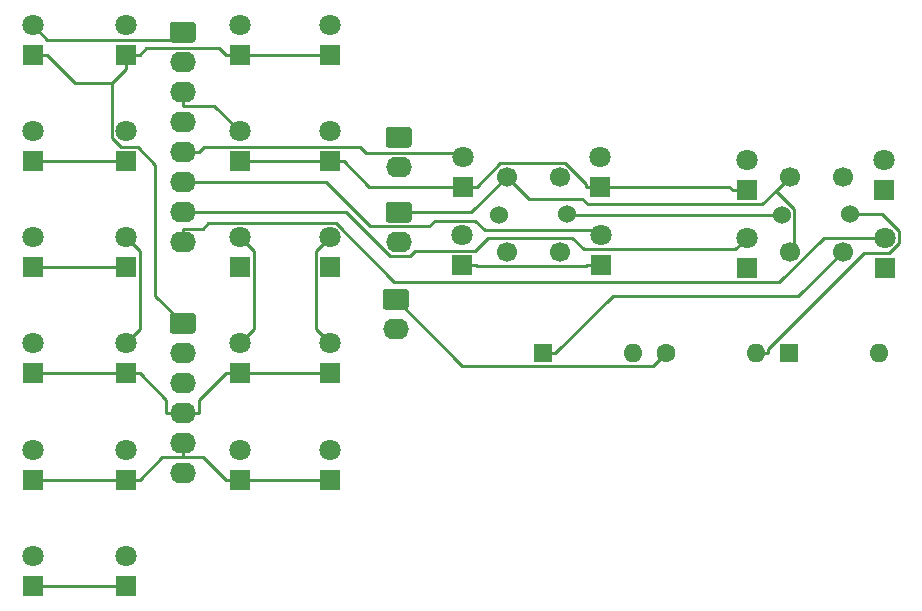
<source format=gbr>
G04 #@! TF.GenerationSoftware,KiCad,Pcbnew,(5.1.5-0-10_14)*
G04 #@! TF.CreationDate,2020-06-21T14:27:19+10:00*
G04 #@! TF.ProjectId,EWI_Right,4557495f-5269-4676-9874-2e6b69636164,-*
G04 #@! TF.SameCoordinates,Original*
G04 #@! TF.FileFunction,Copper,L1,Top*
G04 #@! TF.FilePolarity,Positive*
%FSLAX46Y46*%
G04 Gerber Fmt 4.6, Leading zero omitted, Abs format (unit mm)*
G04 Created by KiCad (PCBNEW (5.1.5-0-10_14)) date 2020-06-21 14:27:19*
%MOMM*%
%LPD*%
G04 APERTURE LIST*
%ADD10C,1.800000*%
%ADD11R,1.800000X1.800000*%
%ADD12O,2.200000X1.740000*%
%ADD13C,0.100000*%
%ADD14O,1.600000X1.600000*%
%ADD15R,1.600000X1.600000*%
%ADD16C,1.600000*%
%ADD17C,1.524000*%
%ADD18C,1.700000*%
%ADD19C,0.228600*%
G04 APERTURE END LIST*
D10*
X147828000Y-74707200D03*
D11*
X147828000Y-77247200D03*
D12*
X170942000Y-57150000D03*
G04 #@! TA.AperFunction,ComponentPad*
D13*
G36*
X171816505Y-53741204D02*
G01*
X171840773Y-53744804D01*
X171864572Y-53750765D01*
X171887671Y-53759030D01*
X171909850Y-53769520D01*
X171930893Y-53782132D01*
X171950599Y-53796747D01*
X171968777Y-53813223D01*
X171985253Y-53831401D01*
X171999868Y-53851107D01*
X172012480Y-53872150D01*
X172022970Y-53894329D01*
X172031235Y-53917428D01*
X172037196Y-53941227D01*
X172040796Y-53965495D01*
X172042000Y-53989999D01*
X172042000Y-55230001D01*
X172040796Y-55254505D01*
X172037196Y-55278773D01*
X172031235Y-55302572D01*
X172022970Y-55325671D01*
X172012480Y-55347850D01*
X171999868Y-55368893D01*
X171985253Y-55388599D01*
X171968777Y-55406777D01*
X171950599Y-55423253D01*
X171930893Y-55437868D01*
X171909850Y-55450480D01*
X171887671Y-55460970D01*
X171864572Y-55469235D01*
X171840773Y-55475196D01*
X171816505Y-55478796D01*
X171792001Y-55480000D01*
X170091999Y-55480000D01*
X170067495Y-55478796D01*
X170043227Y-55475196D01*
X170019428Y-55469235D01*
X169996329Y-55460970D01*
X169974150Y-55450480D01*
X169953107Y-55437868D01*
X169933401Y-55423253D01*
X169915223Y-55406777D01*
X169898747Y-55388599D01*
X169884132Y-55368893D01*
X169871520Y-55347850D01*
X169861030Y-55325671D01*
X169852765Y-55302572D01*
X169846804Y-55278773D01*
X169843204Y-55254505D01*
X169842000Y-55230001D01*
X169842000Y-53989999D01*
X169843204Y-53965495D01*
X169846804Y-53941227D01*
X169852765Y-53917428D01*
X169861030Y-53894329D01*
X169871520Y-53872150D01*
X169884132Y-53851107D01*
X169898747Y-53831401D01*
X169915223Y-53813223D01*
X169933401Y-53796747D01*
X169953107Y-53782132D01*
X169974150Y-53769520D01*
X169996329Y-53759030D01*
X170019428Y-53750765D01*
X170043227Y-53744804D01*
X170067495Y-53741204D01*
X170091999Y-53740000D01*
X171792001Y-53740000D01*
X171816505Y-53741204D01*
G37*
G04 #@! TD.AperFunction*
D12*
X170942000Y-50800000D03*
G04 #@! TA.AperFunction,ComponentPad*
D13*
G36*
X171816505Y-47391204D02*
G01*
X171840773Y-47394804D01*
X171864572Y-47400765D01*
X171887671Y-47409030D01*
X171909850Y-47419520D01*
X171930893Y-47432132D01*
X171950599Y-47446747D01*
X171968777Y-47463223D01*
X171985253Y-47481401D01*
X171999868Y-47501107D01*
X172012480Y-47522150D01*
X172022970Y-47544329D01*
X172031235Y-47567428D01*
X172037196Y-47591227D01*
X172040796Y-47615495D01*
X172042000Y-47639999D01*
X172042000Y-48880001D01*
X172040796Y-48904505D01*
X172037196Y-48928773D01*
X172031235Y-48952572D01*
X172022970Y-48975671D01*
X172012480Y-48997850D01*
X171999868Y-49018893D01*
X171985253Y-49038599D01*
X171968777Y-49056777D01*
X171950599Y-49073253D01*
X171930893Y-49087868D01*
X171909850Y-49100480D01*
X171887671Y-49110970D01*
X171864572Y-49119235D01*
X171840773Y-49125196D01*
X171816505Y-49128796D01*
X171792001Y-49130000D01*
X170091999Y-49130000D01*
X170067495Y-49128796D01*
X170043227Y-49125196D01*
X170019428Y-49119235D01*
X169996329Y-49110970D01*
X169974150Y-49100480D01*
X169953107Y-49087868D01*
X169933401Y-49073253D01*
X169915223Y-49056777D01*
X169898747Y-49038599D01*
X169884132Y-49018893D01*
X169871520Y-48997850D01*
X169861030Y-48975671D01*
X169852765Y-48952572D01*
X169846804Y-48928773D01*
X169843204Y-48904505D01*
X169842000Y-48880001D01*
X169842000Y-47639999D01*
X169843204Y-47615495D01*
X169846804Y-47591227D01*
X169852765Y-47567428D01*
X169861030Y-47544329D01*
X169871520Y-47522150D01*
X169884132Y-47501107D01*
X169898747Y-47481401D01*
X169915223Y-47463223D01*
X169933401Y-47446747D01*
X169953107Y-47432132D01*
X169974150Y-47419520D01*
X169996329Y-47409030D01*
X170019428Y-47400765D01*
X170043227Y-47394804D01*
X170067495Y-47391204D01*
X170091999Y-47390000D01*
X171792001Y-47390000D01*
X171816505Y-47391204D01*
G37*
G04 #@! TD.AperFunction*
D12*
X152654000Y-57150000D03*
X152654000Y-54610000D03*
X152654000Y-52070000D03*
X152654000Y-49530000D03*
X152654000Y-46990000D03*
X152654000Y-44450000D03*
X152654000Y-41910000D03*
G04 #@! TA.AperFunction,ComponentPad*
D13*
G36*
X153528505Y-38501204D02*
G01*
X153552773Y-38504804D01*
X153576572Y-38510765D01*
X153599671Y-38519030D01*
X153621850Y-38529520D01*
X153642893Y-38542132D01*
X153662599Y-38556747D01*
X153680777Y-38573223D01*
X153697253Y-38591401D01*
X153711868Y-38611107D01*
X153724480Y-38632150D01*
X153734970Y-38654329D01*
X153743235Y-38677428D01*
X153749196Y-38701227D01*
X153752796Y-38725495D01*
X153754000Y-38749999D01*
X153754000Y-39990001D01*
X153752796Y-40014505D01*
X153749196Y-40038773D01*
X153743235Y-40062572D01*
X153734970Y-40085671D01*
X153724480Y-40107850D01*
X153711868Y-40128893D01*
X153697253Y-40148599D01*
X153680777Y-40166777D01*
X153662599Y-40183253D01*
X153642893Y-40197868D01*
X153621850Y-40210480D01*
X153599671Y-40220970D01*
X153576572Y-40229235D01*
X153552773Y-40235196D01*
X153528505Y-40238796D01*
X153504001Y-40240000D01*
X151803999Y-40240000D01*
X151779495Y-40238796D01*
X151755227Y-40235196D01*
X151731428Y-40229235D01*
X151708329Y-40220970D01*
X151686150Y-40210480D01*
X151665107Y-40197868D01*
X151645401Y-40183253D01*
X151627223Y-40166777D01*
X151610747Y-40148599D01*
X151596132Y-40128893D01*
X151583520Y-40107850D01*
X151573030Y-40085671D01*
X151564765Y-40062572D01*
X151558804Y-40038773D01*
X151555204Y-40014505D01*
X151554000Y-39990001D01*
X151554000Y-38749999D01*
X151555204Y-38725495D01*
X151558804Y-38701227D01*
X151564765Y-38677428D01*
X151573030Y-38654329D01*
X151583520Y-38632150D01*
X151596132Y-38611107D01*
X151610747Y-38591401D01*
X151627223Y-38573223D01*
X151645401Y-38556747D01*
X151665107Y-38542132D01*
X151686150Y-38529520D01*
X151708329Y-38519030D01*
X151731428Y-38510765D01*
X151755227Y-38504804D01*
X151779495Y-38501204D01*
X151803999Y-38500000D01*
X153504001Y-38500000D01*
X153528505Y-38501204D01*
G37*
G04 #@! TD.AperFunction*
D12*
X152654000Y-76708000D03*
X152654000Y-74168000D03*
X152654000Y-71628000D03*
X152654000Y-69088000D03*
X152654000Y-66548000D03*
G04 #@! TA.AperFunction,ComponentPad*
D13*
G36*
X153528505Y-63139204D02*
G01*
X153552773Y-63142804D01*
X153576572Y-63148765D01*
X153599671Y-63157030D01*
X153621850Y-63167520D01*
X153642893Y-63180132D01*
X153662599Y-63194747D01*
X153680777Y-63211223D01*
X153697253Y-63229401D01*
X153711868Y-63249107D01*
X153724480Y-63270150D01*
X153734970Y-63292329D01*
X153743235Y-63315428D01*
X153749196Y-63339227D01*
X153752796Y-63363495D01*
X153754000Y-63387999D01*
X153754000Y-64628001D01*
X153752796Y-64652505D01*
X153749196Y-64676773D01*
X153743235Y-64700572D01*
X153734970Y-64723671D01*
X153724480Y-64745850D01*
X153711868Y-64766893D01*
X153697253Y-64786599D01*
X153680777Y-64804777D01*
X153662599Y-64821253D01*
X153642893Y-64835868D01*
X153621850Y-64848480D01*
X153599671Y-64858970D01*
X153576572Y-64867235D01*
X153552773Y-64873196D01*
X153528505Y-64876796D01*
X153504001Y-64878000D01*
X151803999Y-64878000D01*
X151779495Y-64876796D01*
X151755227Y-64873196D01*
X151731428Y-64867235D01*
X151708329Y-64858970D01*
X151686150Y-64848480D01*
X151665107Y-64835868D01*
X151645401Y-64821253D01*
X151627223Y-64804777D01*
X151610747Y-64786599D01*
X151596132Y-64766893D01*
X151583520Y-64745850D01*
X151573030Y-64723671D01*
X151564765Y-64700572D01*
X151558804Y-64676773D01*
X151555204Y-64652505D01*
X151554000Y-64628001D01*
X151554000Y-63387999D01*
X151555204Y-63363495D01*
X151558804Y-63339227D01*
X151564765Y-63315428D01*
X151573030Y-63292329D01*
X151583520Y-63270150D01*
X151596132Y-63249107D01*
X151610747Y-63229401D01*
X151627223Y-63211223D01*
X151645401Y-63194747D01*
X151665107Y-63180132D01*
X151686150Y-63167520D01*
X151708329Y-63157030D01*
X151731428Y-63148765D01*
X151755227Y-63142804D01*
X151779495Y-63139204D01*
X151803999Y-63138000D01*
X153504001Y-63138000D01*
X153528505Y-63139204D01*
G37*
G04 #@! TD.AperFunction*
D12*
X170688000Y-64516000D03*
G04 #@! TA.AperFunction,ComponentPad*
D13*
G36*
X171562505Y-61107204D02*
G01*
X171586773Y-61110804D01*
X171610572Y-61116765D01*
X171633671Y-61125030D01*
X171655850Y-61135520D01*
X171676893Y-61148132D01*
X171696599Y-61162747D01*
X171714777Y-61179223D01*
X171731253Y-61197401D01*
X171745868Y-61217107D01*
X171758480Y-61238150D01*
X171768970Y-61260329D01*
X171777235Y-61283428D01*
X171783196Y-61307227D01*
X171786796Y-61331495D01*
X171788000Y-61355999D01*
X171788000Y-62596001D01*
X171786796Y-62620505D01*
X171783196Y-62644773D01*
X171777235Y-62668572D01*
X171768970Y-62691671D01*
X171758480Y-62713850D01*
X171745868Y-62734893D01*
X171731253Y-62754599D01*
X171714777Y-62772777D01*
X171696599Y-62789253D01*
X171676893Y-62803868D01*
X171655850Y-62816480D01*
X171633671Y-62826970D01*
X171610572Y-62835235D01*
X171586773Y-62841196D01*
X171562505Y-62844796D01*
X171538001Y-62846000D01*
X169837999Y-62846000D01*
X169813495Y-62844796D01*
X169789227Y-62841196D01*
X169765428Y-62835235D01*
X169742329Y-62826970D01*
X169720150Y-62816480D01*
X169699107Y-62803868D01*
X169679401Y-62789253D01*
X169661223Y-62772777D01*
X169644747Y-62754599D01*
X169630132Y-62734893D01*
X169617520Y-62713850D01*
X169607030Y-62691671D01*
X169598765Y-62668572D01*
X169592804Y-62644773D01*
X169589204Y-62620505D01*
X169588000Y-62596001D01*
X169588000Y-61355999D01*
X169589204Y-61331495D01*
X169592804Y-61307227D01*
X169598765Y-61283428D01*
X169607030Y-61260329D01*
X169617520Y-61238150D01*
X169630132Y-61217107D01*
X169644747Y-61197401D01*
X169661223Y-61179223D01*
X169679401Y-61162747D01*
X169699107Y-61148132D01*
X169720150Y-61135520D01*
X169742329Y-61125030D01*
X169765428Y-61116765D01*
X169789227Y-61110804D01*
X169813495Y-61107204D01*
X169837999Y-61106000D01*
X171538001Y-61106000D01*
X171562505Y-61107204D01*
G37*
G04 #@! TD.AperFunction*
D14*
X211582000Y-66548000D03*
D15*
X203962000Y-66548000D03*
D14*
X190754000Y-66548000D03*
D15*
X183134000Y-66548000D03*
D14*
X201168000Y-66548000D03*
D16*
X193548000Y-66548000D03*
D17*
X179419000Y-54807200D03*
X185210000Y-54767200D03*
D18*
X180130000Y-57942200D03*
X180130000Y-51592200D03*
X184575000Y-57942200D03*
X184575000Y-51592200D03*
D17*
X203399000Y-54807200D03*
X209190000Y-54767200D03*
D18*
X204110000Y-57942200D03*
X204110000Y-51592200D03*
X208555000Y-57942200D03*
X208555000Y-51592200D03*
D10*
X212110000Y-56750000D03*
D11*
X212110000Y-59290000D03*
D10*
X212080000Y-50220000D03*
D11*
X212080000Y-52760000D03*
D10*
X200406000Y-56770000D03*
D11*
X200406000Y-59310000D03*
D10*
X200406000Y-50220000D03*
D11*
X200406000Y-52760000D03*
D10*
X188090000Y-56530000D03*
D11*
X188090000Y-59070000D03*
D10*
X188000000Y-49890000D03*
D11*
X188000000Y-52430000D03*
D10*
X176320000Y-56530000D03*
D11*
X176320000Y-59070000D03*
D10*
X176380000Y-49890000D03*
D11*
X176380000Y-52430000D03*
D10*
X165100000Y-74707200D03*
D11*
X165100000Y-77247200D03*
D10*
X165100000Y-65717200D03*
D11*
X165100000Y-68257200D03*
D10*
X165100000Y-56727200D03*
D11*
X165100000Y-59267200D03*
D10*
X165100000Y-47737200D03*
D11*
X165100000Y-50277200D03*
D10*
X165100000Y-38737200D03*
D11*
X165100000Y-41277200D03*
D10*
X157480000Y-74707200D03*
D11*
X157480000Y-77247200D03*
D10*
X157480000Y-65717200D03*
D11*
X157480000Y-68257200D03*
D10*
X157480000Y-56727200D03*
D11*
X157480000Y-59267200D03*
D10*
X157480000Y-47737200D03*
D11*
X157480000Y-50277200D03*
D10*
X157480000Y-38737200D03*
D11*
X157480000Y-41277200D03*
D10*
X147828000Y-83697200D03*
D11*
X147828000Y-86237200D03*
D10*
X147828000Y-65717200D03*
D11*
X147828000Y-68257200D03*
D10*
X147828000Y-56727200D03*
D11*
X147828000Y-59267200D03*
D10*
X147828000Y-47737200D03*
D11*
X147828000Y-50277200D03*
D10*
X147828000Y-38737200D03*
D11*
X147828000Y-41277200D03*
D10*
X139954000Y-83697200D03*
D11*
X139954000Y-86237200D03*
D10*
X139954000Y-74707200D03*
D11*
X139954000Y-77247200D03*
D10*
X139954000Y-65717200D03*
D11*
X139954000Y-68257200D03*
D10*
X139954000Y-56727200D03*
D11*
X139954000Y-59267200D03*
D10*
X139954000Y-47737200D03*
D11*
X139954000Y-50277200D03*
D10*
X139954000Y-38737200D03*
D11*
X139954000Y-41277200D03*
D19*
X146635600Y-43662000D02*
X147828000Y-42469600D01*
X152654000Y-64008000D02*
X150358600Y-61712600D01*
X150358600Y-61712600D02*
X150358600Y-50578300D01*
X150358600Y-50578300D02*
X148865000Y-49084700D01*
X148865000Y-49084700D02*
X147431900Y-49084700D01*
X147431900Y-49084700D02*
X146635600Y-48288400D01*
X146635600Y-48288400D02*
X146635600Y-43662000D01*
X146635600Y-43662000D02*
X143531200Y-43662000D01*
X143531200Y-43662000D02*
X141146400Y-41277200D01*
X139954000Y-41277200D02*
X141146400Y-41277200D01*
X147828000Y-41277200D02*
X147828000Y-42469600D01*
X147828000Y-41277200D02*
X149020400Y-41277200D01*
X157480000Y-41277200D02*
X156287600Y-41277200D01*
X156287600Y-41277200D02*
X155746300Y-40735900D01*
X155746300Y-40735900D02*
X149561700Y-40735900D01*
X149561700Y-40735900D02*
X149020400Y-41277200D01*
X165100000Y-41277200D02*
X157480000Y-41277200D01*
X152654000Y-39370000D02*
X152028600Y-39995400D01*
X152028600Y-39995400D02*
X141212200Y-39995400D01*
X141212200Y-39995400D02*
X139954000Y-38737200D01*
X200406000Y-52760000D02*
X199213600Y-52760000D01*
X188000000Y-52430000D02*
X198883600Y-52430000D01*
X198883600Y-52430000D02*
X199213600Y-52760000D01*
X187403800Y-52430000D02*
X188000000Y-52430000D01*
X187403800Y-52430000D02*
X186807600Y-52430000D01*
X165100000Y-50277200D02*
X166292400Y-50277200D01*
X166292400Y-50277200D02*
X168445200Y-52430000D01*
X168445200Y-52430000D02*
X175187600Y-52430000D01*
X157480000Y-50277200D02*
X165100000Y-50277200D01*
X176380000Y-52430000D02*
X175187600Y-52430000D01*
X176380000Y-52430000D02*
X177572400Y-52430000D01*
X177572400Y-52430000D02*
X179557100Y-50445300D01*
X179557100Y-50445300D02*
X185046500Y-50445300D01*
X185046500Y-50445300D02*
X186807600Y-52206400D01*
X186807600Y-52206400D02*
X186807600Y-52430000D01*
X139954000Y-50277200D02*
X147828000Y-50277200D01*
X188090000Y-59070000D02*
X186897600Y-59070000D01*
X176320000Y-59070000D02*
X177512400Y-59070000D01*
X177512400Y-59070000D02*
X177567100Y-59124700D01*
X177567100Y-59124700D02*
X186842900Y-59124700D01*
X186842900Y-59124700D02*
X186897600Y-59070000D01*
X139954000Y-59267200D02*
X147828000Y-59267200D01*
X152654000Y-71628000D02*
X154046400Y-71628000D01*
X157480000Y-68257200D02*
X156287600Y-68257200D01*
X154046400Y-71628000D02*
X154046400Y-70498400D01*
X154046400Y-70498400D02*
X156287600Y-68257200D01*
X152177200Y-71628000D02*
X152654000Y-71628000D01*
X152177200Y-71628000D02*
X151261600Y-71628000D01*
X147828000Y-68257200D02*
X149020400Y-68257200D01*
X151261600Y-71628000D02*
X151261600Y-70498400D01*
X151261600Y-70498400D02*
X149020400Y-68257200D01*
X139954000Y-68257200D02*
X147828000Y-68257200D01*
X157480000Y-68257200D02*
X165100000Y-68257200D01*
X165100000Y-77247200D02*
X157480000Y-77247200D01*
X157480000Y-77247200D02*
X156287600Y-77247200D01*
X156287600Y-77247200D02*
X154370800Y-75330400D01*
X154370800Y-75330400D02*
X152654000Y-75330400D01*
X139954000Y-77247200D02*
X147828000Y-77247200D01*
X147828000Y-77247200D02*
X149020400Y-77247200D01*
X152654000Y-74168000D02*
X152654000Y-75330400D01*
X152654000Y-75330400D02*
X150937200Y-75330400D01*
X150937200Y-75330400D02*
X149020400Y-77247200D01*
X147828000Y-86237200D02*
X139954000Y-86237200D01*
X147828000Y-56727200D02*
X149020500Y-57919700D01*
X149020500Y-57919700D02*
X149020500Y-64524700D01*
X149020500Y-64524700D02*
X147828000Y-65717200D01*
X157480000Y-56727200D02*
X158672500Y-57919700D01*
X158672500Y-57919700D02*
X158672500Y-64524700D01*
X158672500Y-64524700D02*
X157480000Y-65717200D01*
X152654000Y-44450000D02*
X152654000Y-45612400D01*
X152654000Y-45612400D02*
X155355200Y-45612400D01*
X155355200Y-45612400D02*
X157480000Y-47737200D01*
X165100000Y-56727200D02*
X163907500Y-57919700D01*
X163907500Y-57919700D02*
X163907500Y-64524700D01*
X163907500Y-64524700D02*
X165100000Y-65717200D01*
X152654000Y-49530000D02*
X154046400Y-49530000D01*
X154046400Y-49530000D02*
X154491700Y-49084700D01*
X154491700Y-49084700D02*
X167673400Y-49084700D01*
X167673400Y-49084700D02*
X168214600Y-49625900D01*
X168214600Y-49625900D02*
X176115900Y-49625900D01*
X176115900Y-49625900D02*
X176380000Y-49890000D01*
X152654000Y-52070000D02*
X164820400Y-52070000D01*
X164820400Y-52070000D02*
X168546300Y-55795900D01*
X168546300Y-55795900D02*
X173541300Y-55795900D01*
X173541300Y-55795900D02*
X174018000Y-55319200D01*
X174018000Y-55319200D02*
X177437400Y-55319200D01*
X177437400Y-55319200D02*
X178241500Y-56123300D01*
X178241500Y-56123300D02*
X187683300Y-56123300D01*
X187683300Y-56123300D02*
X188090000Y-56530000D01*
X152654000Y-54610000D02*
X166525300Y-54610000D01*
X166525300Y-54610000D02*
X170232200Y-58316900D01*
X170232200Y-58316900D02*
X171895100Y-58316900D01*
X171895100Y-58316900D02*
X172334500Y-57877500D01*
X172334500Y-57877500D02*
X177439300Y-57877500D01*
X177439300Y-57877500D02*
X178536300Y-56780500D01*
X178536300Y-56780500D02*
X185650900Y-56780500D01*
X185650900Y-56780500D02*
X186610800Y-57740400D01*
X186610800Y-57740400D02*
X199435600Y-57740400D01*
X199435600Y-57740400D02*
X200406000Y-56770000D01*
X152654000Y-55987600D02*
X154391400Y-55987600D01*
X154391400Y-55987600D02*
X154847200Y-55531800D01*
X154847200Y-55531800D02*
X165614600Y-55531800D01*
X165614600Y-55531800D02*
X170585300Y-60502500D01*
X170585300Y-60502500D02*
X203189800Y-60502500D01*
X203189800Y-60502500D02*
X206942300Y-56750000D01*
X206942300Y-56750000D02*
X212110000Y-56750000D01*
X152654000Y-57150000D02*
X152654000Y-55987600D01*
X193548000Y-66548000D02*
X192455500Y-67640500D01*
X192455500Y-67640500D02*
X176352500Y-67640500D01*
X176352500Y-67640500D02*
X170688000Y-61976000D01*
X202904500Y-52797700D02*
X201749700Y-53952500D01*
X201749700Y-53952500D02*
X186969000Y-53952500D01*
X186969000Y-53952500D02*
X186489400Y-53472900D01*
X186489400Y-53472900D02*
X182010700Y-53472900D01*
X182010700Y-53472900D02*
X180130000Y-51592200D01*
X204110000Y-51592200D02*
X202904500Y-52797700D01*
X202904500Y-52797700D02*
X204460100Y-54353300D01*
X204460100Y-54353300D02*
X204460100Y-57592100D01*
X204460100Y-57592100D02*
X204110000Y-57942200D01*
X180130000Y-51592200D02*
X177112200Y-54610000D01*
X177112200Y-54610000D02*
X170942000Y-54610000D01*
X201168000Y-66548000D02*
X202260400Y-66548000D01*
X209190000Y-54767200D02*
X211852000Y-54767200D01*
X211852000Y-54767200D02*
X213302500Y-56217700D01*
X213302500Y-56217700D02*
X213302500Y-57247900D01*
X213302500Y-57247900D02*
X212452900Y-58097500D01*
X212452900Y-58097500D02*
X210371400Y-58097500D01*
X210371400Y-58097500D02*
X202260400Y-66208500D01*
X202260400Y-66208500D02*
X202260400Y-66548000D01*
X203399000Y-54807200D02*
X185250000Y-54807200D01*
X185250000Y-54807200D02*
X185210000Y-54767200D01*
X208555000Y-57942200D02*
X204788300Y-61708900D01*
X204788300Y-61708900D02*
X189065500Y-61708900D01*
X189065500Y-61708900D02*
X184226400Y-66548000D01*
X183134000Y-66548000D02*
X184226400Y-66548000D01*
M02*

</source>
